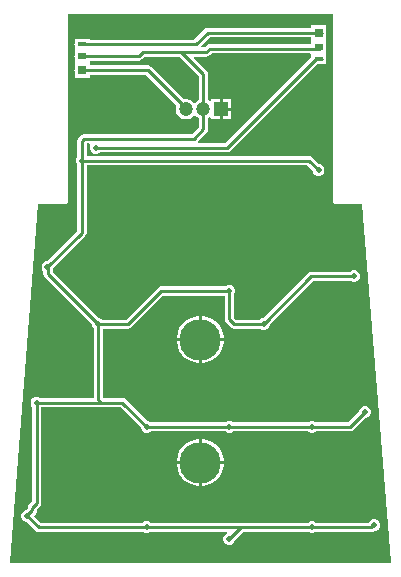
<source format=gbr>
%FSTAX23Y23*%
%MOMM*%
%SFA1B1*%

%IPPOS*%
%ADD11R,0.799998X0.649999*%
%ADD12R,0.799998X0.349999*%
%ADD13R,0.799998X0.599999*%
%ADD14R,0.799998X0.749999*%
%ADD24C,0.253999*%
%ADD25R,1.199998X1.199998*%
%ADD26C,1.199998*%
%ADD27C,3.499993*%
%ADD28C,0.499999*%
%LNledpcbv2_copper_signal_bot-1*%
%LPD*%
G36*
X11194Y11749D02*
X11217Y11632D01*
X11283Y11533*
X11382Y11467*
X115Y11444*
X13717*
X1616Y-1885*
X16074Y-18944*
X-16074*
X-1616Y-1885*
X-13717Y11444*
X-115*
X-11382Y11467*
X-11283Y11533*
X-11217Y11632*
X-11194Y11749*
Y27586*
X11194*
Y11749*
G37*
%LNledpcbv2_copper_signal_bot-2*%
%LPC*%
G36*
X10653Y26621D02*
X09345D01*
Y26372*
X00611*
X00462Y26342*
X00336Y26258*
X-00524Y25397*
X-09345*
Y25446*
X-10653*
Y25116*
X-10675Y25008*
X-10653Y24901*
Y24589*
Y24546*
Y24091*
X-10675Y23983*
X-10653Y23876*
Y23438*
Y23421*
Y22891*
X-10675Y22783*
X-10653Y22676*
Y22163*
X-09345*
Y22433*
X-04605*
X-02027Y19854*
X-02041Y19829*
X-02099Y19612*
Y19387*
X-02041Y1917*
X-01929Y18975*
X-0177Y18816*
X-01575Y18704*
X-01358Y18645*
X-01133*
X-00916Y18704*
X-00721Y18816*
X-00571Y18967*
X-00535Y18981*
X-00456*
X-0042Y18967*
X-0027Y18816*
X-00134Y18738*
Y17956*
X-00714Y17377*
X-09884*
X-10032Y17347*
X-10158Y17263*
X-10307Y17114*
X-10391Y16988*
X-10421Y16839*
Y15441*
X-10427Y15435*
X-10503Y1525*
Y15049*
X-10427Y14864*
X-10421Y14858*
Y09218*
X-12993Y06646*
X-13048*
X-13233Y06569*
X-13375Y06427*
X-13452Y06242*
Y06041*
X-13375Y05856*
X-13289Y0577*
Y05551*
X-13259Y05402*
X-13175Y05276*
X-09153Y01254*
Y01199*
X-09077Y01014*
X-09038Y00975*
Y-04962*
X-1355*
X-13589Y-04923*
X-13774Y-04847*
X-13975*
X-1416Y-04923*
X-14302Y-05065*
X-14379Y-0525*
Y-05451*
X-14302Y-05636*
X-14263Y-05675*
Y-13714*
X-14498Y-13949*
X-14582Y-14075*
X-14612Y-14224*
Y-1431*
X-14737Y-14435*
X-14748*
X-14933Y-14512*
X-15075Y-14654*
X-15152Y-14839*
Y-15039*
X-15075Y-15225*
X-14933Y-15367*
X-14748Y-15443*
X-14693*
X-13962Y-16174*
X-13836Y-16258*
X-13688Y-16288*
X-04874*
X-04835Y-16327*
X-0465Y-16403*
X-04449*
X-04264Y-16327*
X-04225Y-16288*
X02277*
X02302Y-16415*
X02164Y-16472*
X02022Y-16614*
X01945Y-16799*
Y-17*
X02022Y-17185*
X02164Y-17327*
X02349Y-17403*
X0255*
X02735Y-17327*
X02877Y-17185*
X02953Y-17*
Y-16945*
X0361Y-16288*
X09125*
X09164Y-16327*
X09349Y-16403*
X0955*
X09735Y-16327*
X09774Y-16288*
X14481*
X1463Y-16258*
X14656Y-16241*
X14811*
X14996Y-16164*
X15138Y-16022*
X15215Y-15837*
Y-15637*
X15138Y-15451*
X14996Y-15309*
X14811Y-15233*
X1461*
X14425Y-15309*
X14283Y-15451*
X14259Y-15511*
X09774*
X09735Y-15472*
X0955Y-15395*
X09349*
X09164Y-15472*
X09125Y-15511*
X-04225*
X-04264Y-15472*
X-04449Y-15395*
X-0465*
X-04835Y-15472*
X-04874Y-15511*
X-13527*
X-1412Y-14917*
X-13949Y-14746*
X-13865Y-1462*
X-13835Y-14471*
Y-14384*
X-136Y-14149*
X-13516Y-14023*
X-13486Y-13875*
Y-05739*
X-06759*
X-05053Y-07445*
Y-075*
X-04977Y-07685*
X-04835Y-07827*
X-0465Y-07903*
X-04449*
X-04264Y-07827*
X-04225Y-07788*
X02125*
X02164Y-07827*
X02349Y-07903*
X0255*
X02735Y-07827*
X02774Y-07788*
X09125*
X09164Y-07827*
X09349Y-07903*
X0955*
X09735Y-07827*
X09774Y-07788*
X12686*
X12835Y-07758*
X12961Y-07674*
X13983Y-06652*
X14038*
X14223Y-06576*
X14365Y-06434*
X14441Y-06249*
Y-06048*
X14365Y-05863*
X14223Y-05721*
X14038Y-05644*
X13837*
X13652Y-05721*
X1351Y-05863*
X13433Y-06048*
Y-06103*
X12525Y-07011*
X09774*
X09735Y-06972*
X0955Y-06895*
X09349*
X09164Y-06972*
X09125Y-07011*
X02774*
X02735Y-06972*
X0255Y-06895*
X02349*
X02164Y-06972*
X02125Y-07011*
X-04225*
X-04264Y-06972*
X-04449Y-06895*
X-04504*
X-06324Y-05076*
X-0645Y-04992*
X-06598Y-04962*
X-08221*
X-08261Y-04922*
Y00911*
X-06149*
X-06001Y00941*
X-05875Y01025*
X-03189Y03711*
X02061*
Y01699*
X02091Y01551*
X02175Y01425*
X02575Y01025*
X02701Y00941*
X02849Y00911*
X05025*
X05064Y00872*
X05249Y00795*
X0545*
X05635Y00872*
X05777Y01014*
X05853Y01199*
Y01254*
X09555Y04956*
X12686*
X12725Y04917*
X1291Y0484*
X13111*
X13296Y04917*
X13438Y05059*
X13514Y05244*
Y05444*
X13438Y0563*
X13296Y05771*
X13111Y05848*
X1291*
X12725Y05771*
X12686Y05733*
X09394*
X09246Y05703*
X0912Y05619*
X05304Y01803*
X05249*
X05064Y01727*
X05025Y01688*
X0301*
X02838Y0186*
Y03775*
X02877Y03814*
X02953Y03999*
Y042*
X02877Y04385*
X02735Y04527*
X0255Y04603*
X02349*
X02164Y04527*
X02125Y04488*
X-03349*
X-03498Y04458*
X-03624Y04374*
X-0631Y01688*
X-08325*
X-08364Y01727*
X-08549Y01803*
X-08604*
X-12512Y05711*
Y05876*
X-12444Y06041*
Y06096*
X-09758Y08782*
X-09674Y08908*
X-09644Y09057*
Y14761*
X09039*
X09495Y14304*
Y14249*
X09572Y14064*
X09714Y13922*
X09899Y13845*
X101*
X10285Y13922*
X10427Y14064*
X10503Y14249*
Y1445*
X10427Y14635*
X10285Y14777*
X101Y14853*
X10045*
X09474Y15424*
X09348Y15508*
X09199Y15538*
X-09644*
Y166*
X-09393*
X-09317Y16473*
X-09367Y16352*
Y16151*
X-0929Y15966*
X-09148Y15824*
X-08963Y15748*
X-08763*
X-08577Y15824*
X-08538Y15863*
X02258*
X02407Y15893*
X02533Y15977*
X09895Y23338*
X10653*
Y23651*
X10675Y23758*
X10653Y23866*
Y24196*
Y24238*
Y25346*
Y25363*
Y25876*
X10675Y25983*
X10653Y26091*
Y26621*
G37*
G36*
X00197Y02003D02*
X00127D01*
Y00127*
X02003*
Y00197*
X01926Y00584*
X01775Y00949*
X01556Y01277*
X01277Y01556*
X00949Y01775*
X00584Y01926*
X00197Y02003*
G37*
G36*
X-00127D02*
X-00197D01*
X-00584Y01926*
X-00949Y01775*
X-01277Y01556*
X-01556Y01277*
X-01775Y00949*
X-01926Y00584*
X-02003Y00197*
Y00127*
X-00127*
Y02003*
G37*
G36*
X02003Y-00127D02*
X00127D01*
Y-02003*
X00197*
X00584Y-01926*
X00949Y-01775*
X01277Y-01556*
X01556Y-01277*
X01775Y-00949*
X01926Y-00584*
X02003Y-00197*
Y-00127*
G37*
G36*
X-00127D02*
X-02003D01*
Y-00197*
X-01926Y-00584*
X-01775Y-00949*
X-01556Y-01277*
X-01277Y-01556*
X-00949Y-01775*
X-00584Y-01926*
X-00197Y-02003*
X-00127*
Y-00127*
G37*
G36*
X00197Y-08409D02*
X00127D01*
Y-10287*
X02003*
Y-10216*
X01926Y-09829*
X01775Y-09464*
X01556Y-09136*
X01277Y-08857*
X00949Y-08638*
X00584Y-08487*
X00197Y-08409*
G37*
G36*
X-00127D02*
X-00197D01*
X-00584Y-08487*
X-00949Y-08638*
X-01277Y-08857*
X-01556Y-09136*
X-01775Y-09464*
X-01926Y-09829*
X-02003Y-10216*
Y-10287*
X-00127*
Y-08409*
G37*
G36*
X02003Y-10541D02*
X00127D01*
Y-12417*
X00197*
X00584Y-1234*
X00949Y-12189*
X01277Y-1197*
X01556Y-11691*
X01775Y-11363*
X01926Y-10998*
X02003Y-10611*
Y-10541*
G37*
G36*
X-00127D02*
X-02003D01*
Y-10611*
X-01926Y-10998*
X-01775Y-11363*
X-01556Y-11691*
X-01277Y-1197*
X-00949Y-12189*
X-00584Y-1234*
X-00197Y-12417*
X-00127*
Y-10541*
G37*
%LNledpcbv2_copper_signal_bot-3*%
%LPD*%
G36*
X09345Y25363D02*
D01*
Y25346*
Y25025*
X00801*
X00652Y24995*
X00526Y24911*
X00347Y24731*
X00088*
X00035Y24858*
X00772Y25595*
X09345*
Y25363*
G37*
G36*
X-00134Y22277D02*
Y20261D01*
X-0027Y20183*
X-0042Y20032*
X-00456Y20018*
X-00535*
X-00571Y20032*
X-00721Y20183*
X-00916Y20295*
X-01133Y20353*
X-01358*
X-01412Y20339*
X-0417Y23096*
X-04296Y2318*
X-04445Y2321*
X-09345*
Y23421*
Y23438*
Y23595*
X-0524*
X-05091Y23625*
X-04965Y23709*
X-04719Y23954*
X-01811*
X-00134Y22277*
G37*
G36*
X09345Y24196D02*
Y23888D01*
X02098Y1664*
X-00172*
X-00225Y16767*
X00528Y17521*
X00612Y17647*
X00642Y17795*
Y18738*
X00772Y18813*
X0084Y18796*
X00899Y18772*
Y18645*
X01626*
Y19499*
Y20353*
X00899*
Y20227*
X0084Y20202*
X00772Y20186*
X00642Y20261*
Y22438*
X00612Y22586*
X00528Y22712*
X-00595Y23837*
X-00547Y23954*
X00508*
X00656Y23984*
X00782Y24068*
X00962Y24248*
X0924*
X09345Y24196*
G37*
%LNledpcbv2_copper_signal_bot-4*%
%LPC*%
G36*
X02607Y20353D02*
X0188D01*
Y19626*
X02607*
Y20353*
G37*
G36*
Y19372D02*
X0188D01*
Y18645*
X02607*
Y19372*
G37*
%LNledpcbv2_copper_signal_bot-5*%
%LPD*%
G54D11*
X09999Y22717D03*
X-09999Y26067D03*
G54D12*
X09999Y23767D03*
X-09999Y25017D03*
G54D13*
X09999Y24792D03*
X-09999Y23992D03*
G54D14*
X09999Y25992D03*
X-09999Y22792D03*
G54D24*
X-01651Y24343D02*
X00508D01*
X-0488D02*
X-01651D01*
X00254Y19499D02*
Y22438D01*
X-01651Y24343D02*
X00254Y22438D01*
X-10033Y09057D02*
Y16839D01*
X-09884Y16988*
X-00553*
X00254Y17795*
Y19499*
X10039Y24636D02*
X10186Y24783D01*
X00801Y24636D02*
X10039D01*
X-10287Y23983D02*
X-0524D01*
X-10248Y22821D02*
X-04445D01*
X-01245Y19499D02*
Y19622D01*
X-04445Y22821D02*
X-01245Y19622D01*
X-09999Y15149D02*
X09199D01*
X09999Y14349*
X-12948Y06142D02*
X-10033Y09057D01*
X-08382Y-05351D02*
X-06598D01*
X-13875D02*
X-08382D01*
X-08649Y-05083D02*
Y01299D01*
Y-05083D02*
X-08382Y-05351D01*
X-12901Y05551D02*
Y06095D01*
Y05551D02*
X-08649Y01299D01*
X-12948Y06142D02*
X-12901Y06095D01*
X-03349Y04099D02*
X02449D01*
X-06149Y01299D02*
X-03349Y04099D01*
X02449Y01699D02*
Y04099D01*
Y01699D02*
X02849Y01299D01*
X-08649D02*
X-06149D01*
X02849D02*
X05349D01*
X09394Y05344*
X1301*
X14481Y-15899D02*
X14644Y-15737D01*
X14711*
X09449Y-15899D02*
X14481D01*
X-13875Y-13875D02*
Y-05351D01*
X-14224Y-14224D02*
X-13875Y-13875D01*
X-14648Y-14895D02*
X-14224Y-14471D01*
X-14648Y-14939D02*
Y-14895D01*
X-14224Y-14471D02*
Y-14224D01*
X12686Y-07399D02*
X13937Y-06148D01*
X09449Y-07399D02*
X12686D01*
X-04549D02*
X02449D01*
X09449*
X-06598Y-05351D02*
X-04549Y-07399D01*
X-14648Y-14939D02*
X-13688Y-15899D01*
X-04549*
X03449*
X02449Y-16899D02*
X03449Y-15899D01*
X09449*
X00508Y24343D02*
X00801Y24636D01*
X09774Y23767D02*
X09999D01*
X02258Y16251D02*
X09774Y23767D01*
X-08863Y16251D02*
X02258D01*
X10061Y23758D02*
X10287D01*
X-0524Y23983D02*
X-0488Y24343D01*
X-10287Y22783D02*
X-10248Y22821D01*
X-00363Y25008D02*
X00611Y25983D01*
X-10287Y25008D02*
X-00363D01*
X00611Y25983D02*
X10287D01*
G54D25*
X01753Y19499D03*
G54D26*
X00254Y19499D03*
X-01245D03*
G54D27*
X0Y0D03*
Y-10414D03*
G54D28*
X-09999Y15149D03*
X09999Y14349D03*
X02449Y04099D03*
X14711Y-15737D03*
X13937Y-06148D03*
X1301Y05344D03*
X-13875Y-05351D03*
X-12948Y06142D03*
X-08649Y01299D03*
X05349D03*
X09449Y-07399D03*
X02449D03*
X-04549D03*
X-14648Y-14939D03*
X-04549Y-15899D03*
X02449Y-16899D03*
X09449Y-15899D03*
X-08863Y16251D03*
M02*
</source>
